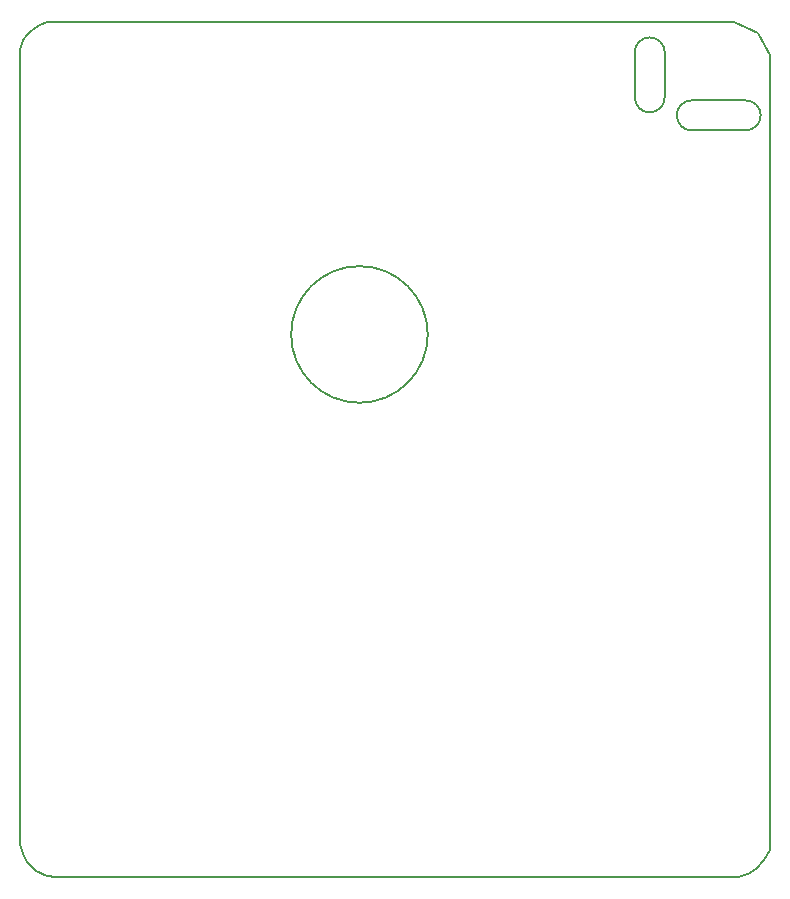
<source format=gbr>
G04 #@! TF.FileFunction,Profile,NP*
%FSLAX46Y46*%
G04 Gerber Fmt 4.6, Leading zero omitted, Abs format (unit mm)*
G04 Created by KiCad (PCBNEW 4.0.5+dfsg1-4) date Wed Oct 24 16:11:31 2018*
%MOMM*%
%LPD*%
G01*
G04 APERTURE LIST*
%ADD10C,0.100000*%
%ADD11C,0.150000*%
G04 APERTURE END LIST*
D10*
D11*
X132334000Y-124269500D02*
X132080000Y-123380500D01*
X195643500Y-56642000D02*
X195643500Y-123126500D01*
X194564000Y-54737000D02*
X192595500Y-53784500D01*
X195643500Y-56642000D02*
X194564000Y-54737000D01*
X194818000Y-61722000D02*
G75*
G03X193548000Y-60452000I-1270000J0D01*
G01*
X193548000Y-62992000D02*
G75*
G03X194818000Y-61722000I0J1270000D01*
G01*
X187706000Y-61722000D02*
G75*
G03X188976000Y-62992000I1270000J0D01*
G01*
X188976000Y-60452000D02*
G75*
G03X187706000Y-61722000I0J-1270000D01*
G01*
X184150000Y-60198000D02*
G75*
G03X185420000Y-61468000I1270000J0D01*
G01*
X185420000Y-61468000D02*
G75*
G03X186690000Y-60198000I0J1270000D01*
G01*
X186690000Y-56388000D02*
X186690000Y-60198000D01*
X184150000Y-56388000D02*
X184150000Y-60198000D01*
X188976000Y-62992000D02*
X193548000Y-62992000D01*
X188976000Y-60452000D02*
X193548000Y-60452000D01*
X185420000Y-55118000D02*
G75*
G03X184150000Y-56388000I0J-1270000D01*
G01*
X186690000Y-56388000D02*
G75*
G03X185420000Y-55118000I-1270000J0D01*
G01*
X166629928Y-80264000D02*
G75*
G03X166629928Y-80264000I-5784428J0D01*
G01*
X173164500Y-126174500D02*
X192913000Y-126174500D01*
X132080000Y-56197500D02*
X132080000Y-56388000D01*
X132080000Y-123380500D02*
X132080000Y-56388000D01*
X135128000Y-126174500D02*
X173164500Y-126174500D01*
X195580000Y-123888500D02*
X195135500Y-124777500D01*
X194437000Y-125539500D02*
X193738500Y-125920500D01*
X193738500Y-125920500D02*
X192913000Y-126174500D01*
X195643500Y-123126500D02*
X195580000Y-123888500D01*
X195135500Y-124777500D02*
X194437000Y-125539500D01*
X133477000Y-125666500D02*
X132715000Y-124968000D01*
X135128000Y-126174500D02*
X134366000Y-126111000D01*
X159956500Y-53784500D02*
X192595500Y-53784500D01*
X146621500Y-53784500D02*
X159956500Y-53784500D01*
X138239500Y-53784500D02*
X146621500Y-53784500D01*
X134937500Y-53784500D02*
X138239500Y-53784500D01*
X134366000Y-53848000D02*
X134937500Y-53784500D01*
X133794500Y-54038500D02*
X134366000Y-53848000D01*
X133159500Y-54483000D02*
X133794500Y-54038500D01*
X132715000Y-54927500D02*
X133159500Y-54483000D01*
X132397500Y-55372000D02*
X132715000Y-54927500D01*
X132080000Y-56197500D02*
X132397500Y-55372000D01*
X132715000Y-124968000D02*
X132334000Y-124269500D01*
X134366000Y-126111000D02*
X133477000Y-125666500D01*
M02*

</source>
